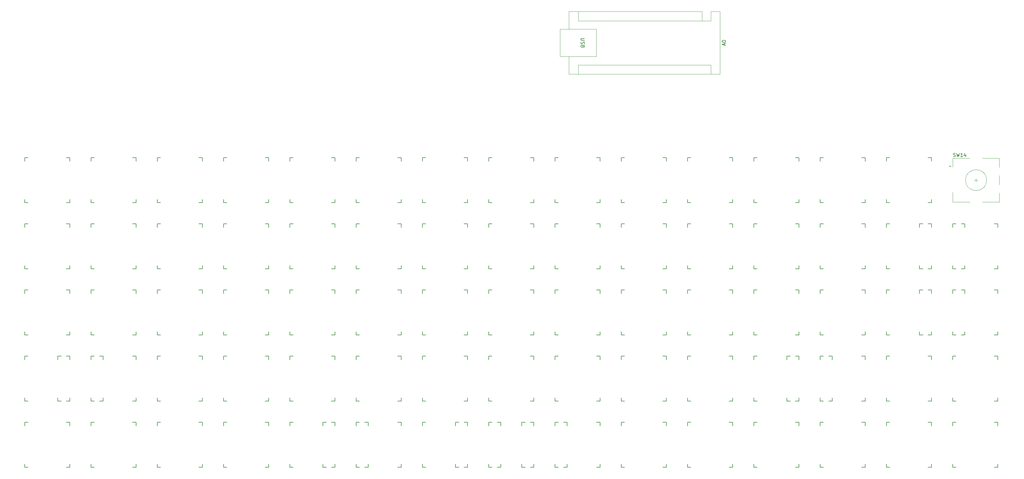
<source format=gbr>
%TF.GenerationSoftware,KiCad,Pcbnew,7.0.10*%
%TF.CreationDate,2024-03-07T22:32:39+00:00*%
%TF.ProjectId,keyboard,6b657962-6f61-4726-942e-6b696361645f,rev?*%
%TF.SameCoordinates,Original*%
%TF.FileFunction,Legend,Top*%
%TF.FilePolarity,Positive*%
%FSLAX46Y46*%
G04 Gerber Fmt 4.6, Leading zero omitted, Abs format (unit mm)*
G04 Created by KiCad (PCBNEW 7.0.10) date 2024-03-07 22:32:39*
%MOMM*%
%LPD*%
G01*
G04 APERTURE LIST*
%ADD10C,0.150000*%
%ADD11C,0.140000*%
%ADD12C,0.120000*%
G04 APERTURE END LIST*
D10*
X275639104Y-56424285D02*
X275639104Y-55948095D01*
X275924819Y-56519523D02*
X274924819Y-56186190D01*
X274924819Y-56186190D02*
X275924819Y-55852857D01*
X274924819Y-55329047D02*
X274924819Y-55233809D01*
X274924819Y-55233809D02*
X274972438Y-55138571D01*
X274972438Y-55138571D02*
X275020057Y-55090952D01*
X275020057Y-55090952D02*
X275115295Y-55043333D01*
X275115295Y-55043333D02*
X275305771Y-54995714D01*
X275305771Y-54995714D02*
X275543866Y-54995714D01*
X275543866Y-54995714D02*
X275734342Y-55043333D01*
X275734342Y-55043333D02*
X275829580Y-55090952D01*
X275829580Y-55090952D02*
X275877200Y-55138571D01*
X275877200Y-55138571D02*
X275924819Y-55233809D01*
X275924819Y-55233809D02*
X275924819Y-55329047D01*
X275924819Y-55329047D02*
X275877200Y-55424285D01*
X275877200Y-55424285D02*
X275829580Y-55471904D01*
X275829580Y-55471904D02*
X275734342Y-55519523D01*
X275734342Y-55519523D02*
X275543866Y-55567142D01*
X275543866Y-55567142D02*
X275305771Y-55567142D01*
X275305771Y-55567142D02*
X275115295Y-55519523D01*
X275115295Y-55519523D02*
X275020057Y-55471904D01*
X275020057Y-55471904D02*
X274972438Y-55424285D01*
X274972438Y-55424285D02*
X274924819Y-55329047D01*
X235375180Y-54448095D02*
X234565657Y-54448095D01*
X234565657Y-54448095D02*
X234470419Y-54495714D01*
X234470419Y-54495714D02*
X234422800Y-54543333D01*
X234422800Y-54543333D02*
X234375180Y-54638571D01*
X234375180Y-54638571D02*
X234375180Y-54829047D01*
X234375180Y-54829047D02*
X234422800Y-54924285D01*
X234422800Y-54924285D02*
X234470419Y-54971904D01*
X234470419Y-54971904D02*
X234565657Y-55019523D01*
X234565657Y-55019523D02*
X235375180Y-55019523D01*
X234422800Y-55448095D02*
X234375180Y-55590952D01*
X234375180Y-55590952D02*
X234375180Y-55829047D01*
X234375180Y-55829047D02*
X234422800Y-55924285D01*
X234422800Y-55924285D02*
X234470419Y-55971904D01*
X234470419Y-55971904D02*
X234565657Y-56019523D01*
X234565657Y-56019523D02*
X234660895Y-56019523D01*
X234660895Y-56019523D02*
X234756133Y-55971904D01*
X234756133Y-55971904D02*
X234803752Y-55924285D01*
X234803752Y-55924285D02*
X234851371Y-55829047D01*
X234851371Y-55829047D02*
X234898990Y-55638571D01*
X234898990Y-55638571D02*
X234946609Y-55543333D01*
X234946609Y-55543333D02*
X234994228Y-55495714D01*
X234994228Y-55495714D02*
X235089466Y-55448095D01*
X235089466Y-55448095D02*
X235184704Y-55448095D01*
X235184704Y-55448095D02*
X235279942Y-55495714D01*
X235279942Y-55495714D02*
X235327561Y-55543333D01*
X235327561Y-55543333D02*
X235375180Y-55638571D01*
X235375180Y-55638571D02*
X235375180Y-55876666D01*
X235375180Y-55876666D02*
X235327561Y-56019523D01*
X234898990Y-56781428D02*
X234851371Y-56924285D01*
X234851371Y-56924285D02*
X234803752Y-56971904D01*
X234803752Y-56971904D02*
X234708514Y-57019523D01*
X234708514Y-57019523D02*
X234565657Y-57019523D01*
X234565657Y-57019523D02*
X234470419Y-56971904D01*
X234470419Y-56971904D02*
X234422800Y-56924285D01*
X234422800Y-56924285D02*
X234375180Y-56829047D01*
X234375180Y-56829047D02*
X234375180Y-56448095D01*
X234375180Y-56448095D02*
X235375180Y-56448095D01*
X235375180Y-56448095D02*
X235375180Y-56781428D01*
X235375180Y-56781428D02*
X235327561Y-56876666D01*
X235327561Y-56876666D02*
X235279942Y-56924285D01*
X235279942Y-56924285D02*
X235184704Y-56971904D01*
X235184704Y-56971904D02*
X235089466Y-56971904D01*
X235089466Y-56971904D02*
X234994228Y-56924285D01*
X234994228Y-56924285D02*
X234946609Y-56876666D01*
X234946609Y-56876666D02*
X234898990Y-56781428D01*
X234898990Y-56781428D02*
X234898990Y-56448095D01*
X341402976Y-88457200D02*
X341545833Y-88504819D01*
X341545833Y-88504819D02*
X341783928Y-88504819D01*
X341783928Y-88504819D02*
X341879166Y-88457200D01*
X341879166Y-88457200D02*
X341926785Y-88409580D01*
X341926785Y-88409580D02*
X341974404Y-88314342D01*
X341974404Y-88314342D02*
X341974404Y-88219104D01*
X341974404Y-88219104D02*
X341926785Y-88123866D01*
X341926785Y-88123866D02*
X341879166Y-88076247D01*
X341879166Y-88076247D02*
X341783928Y-88028628D01*
X341783928Y-88028628D02*
X341593452Y-87981009D01*
X341593452Y-87981009D02*
X341498214Y-87933390D01*
X341498214Y-87933390D02*
X341450595Y-87885771D01*
X341450595Y-87885771D02*
X341402976Y-87790533D01*
X341402976Y-87790533D02*
X341402976Y-87695295D01*
X341402976Y-87695295D02*
X341450595Y-87600057D01*
X341450595Y-87600057D02*
X341498214Y-87552438D01*
X341498214Y-87552438D02*
X341593452Y-87504819D01*
X341593452Y-87504819D02*
X341831547Y-87504819D01*
X341831547Y-87504819D02*
X341974404Y-87552438D01*
X342307738Y-87504819D02*
X342545833Y-88504819D01*
X342545833Y-88504819D02*
X342736309Y-87790533D01*
X342736309Y-87790533D02*
X342926785Y-88504819D01*
X342926785Y-88504819D02*
X343164881Y-87504819D01*
X344069642Y-88504819D02*
X343498214Y-88504819D01*
X343783928Y-88504819D02*
X343783928Y-87504819D01*
X343783928Y-87504819D02*
X343688690Y-87647676D01*
X343688690Y-87647676D02*
X343593452Y-87742914D01*
X343593452Y-87742914D02*
X343498214Y-87790533D01*
X344926785Y-87838152D02*
X344926785Y-88504819D01*
X344688690Y-87457200D02*
X344450595Y-88171485D01*
X344450595Y-88171485D02*
X345069642Y-88171485D01*
D11*
%TO.C,SW82*%
X344637500Y-119800000D02*
X344637500Y-120800000D01*
X344637500Y-107800000D02*
X344637500Y-108800000D01*
X344637500Y-107800000D02*
X343637500Y-107800000D01*
X343637500Y-120800000D02*
X344637500Y-120800000D01*
X332637500Y-107800000D02*
X331637500Y-107800000D01*
X331637500Y-120800000D02*
X332637500Y-120800000D01*
X331637500Y-120800000D02*
X331637500Y-119800000D01*
X331637500Y-108800000D02*
X331637500Y-107800000D01*
%TO.C,SW81*%
X293537500Y-146900000D02*
X293537500Y-145900000D01*
X293537500Y-158900000D02*
X293537500Y-157900000D01*
X293537500Y-158900000D02*
X294537500Y-158900000D01*
X294537500Y-145900000D02*
X293537500Y-145900000D01*
X305537500Y-158900000D02*
X306537500Y-158900000D01*
X306537500Y-145900000D02*
X305537500Y-145900000D01*
X306537500Y-145900000D02*
X306537500Y-146900000D01*
X306537500Y-157900000D02*
X306537500Y-158900000D01*
%TO.C,SW80*%
X217337500Y-165950000D02*
X217337500Y-164950000D01*
X217337500Y-177950000D02*
X217337500Y-176950000D01*
X217337500Y-177950000D02*
X218337500Y-177950000D01*
X218337500Y-164950000D02*
X217337500Y-164950000D01*
X229337500Y-177950000D02*
X230337500Y-177950000D01*
X230337500Y-164950000D02*
X229337500Y-164950000D01*
X230337500Y-164950000D02*
X230337500Y-165950000D01*
X230337500Y-176950000D02*
X230337500Y-177950000D01*
%TO.C,SW79*%
X96987500Y-157900000D02*
X96987500Y-158900000D01*
X96987500Y-145900000D02*
X96987500Y-146900000D01*
X96987500Y-145900000D02*
X95987500Y-145900000D01*
X95987500Y-158900000D02*
X96987500Y-158900000D01*
X84987500Y-145900000D02*
X83987500Y-145900000D01*
X83987500Y-158900000D02*
X84987500Y-158900000D01*
X83987500Y-158900000D02*
X83987500Y-157900000D01*
X83987500Y-146900000D02*
X83987500Y-145900000D01*
%TO.C,SW78*%
X198287500Y-165950000D02*
X198287500Y-164950000D01*
X198287500Y-177950000D02*
X198287500Y-176950000D01*
X198287500Y-177950000D02*
X199287500Y-177950000D01*
X199287500Y-164950000D02*
X198287500Y-164950000D01*
X210287500Y-177950000D02*
X211287500Y-177950000D01*
X211287500Y-164950000D02*
X210287500Y-164950000D01*
X211287500Y-164950000D02*
X211287500Y-165950000D01*
X211287500Y-176950000D02*
X211287500Y-177950000D01*
%TO.C,SW77*%
X331637500Y-127850000D02*
X331637500Y-126850000D01*
X331637500Y-139850000D02*
X331637500Y-138850000D01*
X331637500Y-139850000D02*
X332637500Y-139850000D01*
X332637500Y-126850000D02*
X331637500Y-126850000D01*
X343637500Y-139850000D02*
X344637500Y-139850000D01*
X344637500Y-126850000D02*
X343637500Y-126850000D01*
X344637500Y-126850000D02*
X344637500Y-127850000D01*
X344637500Y-138850000D02*
X344637500Y-139850000D01*
%TO.C,SW75*%
X160187500Y-165950000D02*
X160187500Y-164950000D01*
X160187500Y-177950000D02*
X160187500Y-176950000D01*
X160187500Y-177950000D02*
X161187500Y-177950000D01*
X161187500Y-164950000D02*
X160187500Y-164950000D01*
X172187500Y-177950000D02*
X173187500Y-177950000D01*
X173187500Y-164950000D02*
X172187500Y-164950000D01*
X173187500Y-164950000D02*
X173187500Y-165950000D01*
X173187500Y-176950000D02*
X173187500Y-177950000D01*
%TO.C,SW74*%
X341162500Y-165950000D02*
X341162500Y-164950000D01*
X341162500Y-177950000D02*
X341162500Y-176950000D01*
X341162500Y-177950000D02*
X342162500Y-177950000D01*
X342162500Y-164950000D02*
X341162500Y-164950000D01*
X353162500Y-177950000D02*
X354162500Y-177950000D01*
X354162500Y-164950000D02*
X353162500Y-164950000D01*
X354162500Y-164950000D02*
X354162500Y-165950000D01*
X354162500Y-176950000D02*
X354162500Y-177950000D01*
%TO.C,SW73*%
X322112500Y-165950000D02*
X322112500Y-164950000D01*
X322112500Y-177950000D02*
X322112500Y-176950000D01*
X322112500Y-177950000D02*
X323112500Y-177950000D01*
X323112500Y-164950000D02*
X322112500Y-164950000D01*
X334112500Y-177950000D02*
X335112500Y-177950000D01*
X335112500Y-164950000D02*
X334112500Y-164950000D01*
X335112500Y-164950000D02*
X335112500Y-165950000D01*
X335112500Y-176950000D02*
X335112500Y-177950000D01*
%TO.C,SW72*%
X303062500Y-165950000D02*
X303062500Y-164950000D01*
X303062500Y-177950000D02*
X303062500Y-176950000D01*
X303062500Y-177950000D02*
X304062500Y-177950000D01*
X304062500Y-164950000D02*
X303062500Y-164950000D01*
X315062500Y-177950000D02*
X316062500Y-177950000D01*
X316062500Y-164950000D02*
X315062500Y-164950000D01*
X316062500Y-164950000D02*
X316062500Y-165950000D01*
X316062500Y-176950000D02*
X316062500Y-177950000D01*
%TO.C,SW71*%
X284012500Y-165950000D02*
X284012500Y-164950000D01*
X284012500Y-177950000D02*
X284012500Y-176950000D01*
X284012500Y-177950000D02*
X285012500Y-177950000D01*
X285012500Y-164950000D02*
X284012500Y-164950000D01*
X296012500Y-177950000D02*
X297012500Y-177950000D01*
X297012500Y-164950000D02*
X296012500Y-164950000D01*
X297012500Y-164950000D02*
X297012500Y-165950000D01*
X297012500Y-176950000D02*
X297012500Y-177950000D01*
%TO.C,SW70*%
X264962500Y-165950000D02*
X264962500Y-164950000D01*
X264962500Y-177950000D02*
X264962500Y-176950000D01*
X264962500Y-177950000D02*
X265962500Y-177950000D01*
X265962500Y-164950000D02*
X264962500Y-164950000D01*
X276962500Y-177950000D02*
X277962500Y-177950000D01*
X277962500Y-164950000D02*
X276962500Y-164950000D01*
X277962500Y-164950000D02*
X277962500Y-165950000D01*
X277962500Y-176950000D02*
X277962500Y-177950000D01*
%TO.C,SW69*%
X245912500Y-165950000D02*
X245912500Y-164950000D01*
X245912500Y-177950000D02*
X245912500Y-176950000D01*
X245912500Y-177950000D02*
X246912500Y-177950000D01*
X246912500Y-164950000D02*
X245912500Y-164950000D01*
X257912500Y-177950000D02*
X258912500Y-177950000D01*
X258912500Y-164950000D02*
X257912500Y-164950000D01*
X258912500Y-164950000D02*
X258912500Y-165950000D01*
X258912500Y-176950000D02*
X258912500Y-177950000D01*
%TO.C,SW68*%
X226862500Y-165950000D02*
X226862500Y-164950000D01*
X226862500Y-177950000D02*
X226862500Y-176950000D01*
X226862500Y-177950000D02*
X227862500Y-177950000D01*
X227862500Y-164950000D02*
X226862500Y-164950000D01*
X238862500Y-177950000D02*
X239862500Y-177950000D01*
X239862500Y-164950000D02*
X238862500Y-164950000D01*
X239862500Y-164950000D02*
X239862500Y-165950000D01*
X239862500Y-176950000D02*
X239862500Y-177950000D01*
%TO.C,SW67*%
X207812500Y-165950000D02*
X207812500Y-164950000D01*
X207812500Y-177950000D02*
X207812500Y-176950000D01*
X207812500Y-177950000D02*
X208812500Y-177950000D01*
X208812500Y-164950000D02*
X207812500Y-164950000D01*
X219812500Y-177950000D02*
X220812500Y-177950000D01*
X220812500Y-164950000D02*
X219812500Y-164950000D01*
X220812500Y-164950000D02*
X220812500Y-165950000D01*
X220812500Y-176950000D02*
X220812500Y-177950000D01*
%TO.C,SW66*%
X188762500Y-165950000D02*
X188762500Y-164950000D01*
X188762500Y-177950000D02*
X188762500Y-176950000D01*
X188762500Y-177950000D02*
X189762500Y-177950000D01*
X189762500Y-164950000D02*
X188762500Y-164950000D01*
X200762500Y-177950000D02*
X201762500Y-177950000D01*
X201762500Y-164950000D02*
X200762500Y-164950000D01*
X201762500Y-164950000D02*
X201762500Y-165950000D01*
X201762500Y-176950000D02*
X201762500Y-177950000D01*
%TO.C,SW65*%
X169712500Y-165950000D02*
X169712500Y-164950000D01*
X169712500Y-177950000D02*
X169712500Y-176950000D01*
X169712500Y-177950000D02*
X170712500Y-177950000D01*
X170712500Y-164950000D02*
X169712500Y-164950000D01*
X181712500Y-177950000D02*
X182712500Y-177950000D01*
X182712500Y-164950000D02*
X181712500Y-164950000D01*
X182712500Y-164950000D02*
X182712500Y-165950000D01*
X182712500Y-176950000D02*
X182712500Y-177950000D01*
%TO.C,SW64*%
X150662500Y-165950000D02*
X150662500Y-164950000D01*
X150662500Y-177950000D02*
X150662500Y-176950000D01*
X150662500Y-177950000D02*
X151662500Y-177950000D01*
X151662500Y-164950000D02*
X150662500Y-164950000D01*
X162662500Y-177950000D02*
X163662500Y-177950000D01*
X163662500Y-164950000D02*
X162662500Y-164950000D01*
X163662500Y-164950000D02*
X163662500Y-165950000D01*
X163662500Y-176950000D02*
X163662500Y-177950000D01*
%TO.C,SW63*%
X131612500Y-165950000D02*
X131612500Y-164950000D01*
X131612500Y-177950000D02*
X131612500Y-176950000D01*
X131612500Y-177950000D02*
X132612500Y-177950000D01*
X132612500Y-164950000D02*
X131612500Y-164950000D01*
X143612500Y-177950000D02*
X144612500Y-177950000D01*
X144612500Y-164950000D02*
X143612500Y-164950000D01*
X144612500Y-164950000D02*
X144612500Y-165950000D01*
X144612500Y-176950000D02*
X144612500Y-177950000D01*
%TO.C,SW62*%
X112562500Y-165950000D02*
X112562500Y-164950000D01*
X112562500Y-177950000D02*
X112562500Y-176950000D01*
X112562500Y-177950000D02*
X113562500Y-177950000D01*
X113562500Y-164950000D02*
X112562500Y-164950000D01*
X124562500Y-177950000D02*
X125562500Y-177950000D01*
X125562500Y-164950000D02*
X124562500Y-164950000D01*
X125562500Y-164950000D02*
X125562500Y-165950000D01*
X125562500Y-176950000D02*
X125562500Y-177950000D01*
%TO.C,SW61*%
X93512500Y-165950000D02*
X93512500Y-164950000D01*
X93512500Y-177950000D02*
X93512500Y-176950000D01*
X93512500Y-177950000D02*
X94512500Y-177950000D01*
X94512500Y-164950000D02*
X93512500Y-164950000D01*
X105512500Y-177950000D02*
X106512500Y-177950000D01*
X106512500Y-164950000D02*
X105512500Y-164950000D01*
X106512500Y-164950000D02*
X106512500Y-165950000D01*
X106512500Y-176950000D02*
X106512500Y-177950000D01*
%TO.C,SW60*%
X74462500Y-165950000D02*
X74462500Y-164950000D01*
X74462500Y-177950000D02*
X74462500Y-176950000D01*
X74462500Y-177950000D02*
X75462500Y-177950000D01*
X75462500Y-164950000D02*
X74462500Y-164950000D01*
X86462500Y-177950000D02*
X87462500Y-177950000D01*
X87462500Y-164950000D02*
X86462500Y-164950000D01*
X87462500Y-164950000D02*
X87462500Y-165950000D01*
X87462500Y-176950000D02*
X87462500Y-177950000D01*
%TO.C,SW59*%
X341162500Y-146900000D02*
X341162500Y-145900000D01*
X341162500Y-158900000D02*
X341162500Y-157900000D01*
X341162500Y-158900000D02*
X342162500Y-158900000D01*
X342162500Y-145900000D02*
X341162500Y-145900000D01*
X353162500Y-158900000D02*
X354162500Y-158900000D01*
X354162500Y-145900000D02*
X353162500Y-145900000D01*
X354162500Y-145900000D02*
X354162500Y-146900000D01*
X354162500Y-157900000D02*
X354162500Y-158900000D01*
%TO.C,SW58*%
X322112500Y-146900000D02*
X322112500Y-145900000D01*
X322112500Y-158900000D02*
X322112500Y-157900000D01*
X322112500Y-158900000D02*
X323112500Y-158900000D01*
X323112500Y-145900000D02*
X322112500Y-145900000D01*
X334112500Y-158900000D02*
X335112500Y-158900000D01*
X335112500Y-145900000D02*
X334112500Y-145900000D01*
X335112500Y-145900000D02*
X335112500Y-146900000D01*
X335112500Y-157900000D02*
X335112500Y-158900000D01*
%TO.C,SW57*%
X303062500Y-146900000D02*
X303062500Y-145900000D01*
X303062500Y-158900000D02*
X303062500Y-157900000D01*
X303062500Y-158900000D02*
X304062500Y-158900000D01*
X304062500Y-145900000D02*
X303062500Y-145900000D01*
X315062500Y-158900000D02*
X316062500Y-158900000D01*
X316062500Y-145900000D02*
X315062500Y-145900000D01*
X316062500Y-145900000D02*
X316062500Y-146900000D01*
X316062500Y-157900000D02*
X316062500Y-158900000D01*
%TO.C,SW56*%
X284012500Y-146900000D02*
X284012500Y-145900000D01*
X284012500Y-158900000D02*
X284012500Y-157900000D01*
X284012500Y-158900000D02*
X285012500Y-158900000D01*
X285012500Y-145900000D02*
X284012500Y-145900000D01*
X296012500Y-158900000D02*
X297012500Y-158900000D01*
X297012500Y-145900000D02*
X296012500Y-145900000D01*
X297012500Y-145900000D02*
X297012500Y-146900000D01*
X297012500Y-157900000D02*
X297012500Y-158900000D01*
%TO.C,SW55*%
X264962500Y-146900000D02*
X264962500Y-145900000D01*
X264962500Y-158900000D02*
X264962500Y-157900000D01*
X264962500Y-158900000D02*
X265962500Y-158900000D01*
X265962500Y-145900000D02*
X264962500Y-145900000D01*
X276962500Y-158900000D02*
X277962500Y-158900000D01*
X277962500Y-145900000D02*
X276962500Y-145900000D01*
X277962500Y-145900000D02*
X277962500Y-146900000D01*
X277962500Y-157900000D02*
X277962500Y-158900000D01*
%TO.C,SW54*%
X245912500Y-146900000D02*
X245912500Y-145900000D01*
X245912500Y-158900000D02*
X245912500Y-157900000D01*
X245912500Y-158900000D02*
X246912500Y-158900000D01*
X246912500Y-145900000D02*
X245912500Y-145900000D01*
X257912500Y-158900000D02*
X258912500Y-158900000D01*
X258912500Y-145900000D02*
X257912500Y-145900000D01*
X258912500Y-145900000D02*
X258912500Y-146900000D01*
X258912500Y-157900000D02*
X258912500Y-158900000D01*
%TO.C,SW53*%
X226862500Y-146900000D02*
X226862500Y-145900000D01*
X226862500Y-158900000D02*
X226862500Y-157900000D01*
X226862500Y-158900000D02*
X227862500Y-158900000D01*
X227862500Y-145900000D02*
X226862500Y-145900000D01*
X238862500Y-158900000D02*
X239862500Y-158900000D01*
X239862500Y-145900000D02*
X238862500Y-145900000D01*
X239862500Y-145900000D02*
X239862500Y-146900000D01*
X239862500Y-157900000D02*
X239862500Y-158900000D01*
%TO.C,SW52*%
X207812500Y-146900000D02*
X207812500Y-145900000D01*
X207812500Y-158900000D02*
X207812500Y-157900000D01*
X207812500Y-158900000D02*
X208812500Y-158900000D01*
X208812500Y-145900000D02*
X207812500Y-145900000D01*
X219812500Y-158900000D02*
X220812500Y-158900000D01*
X220812500Y-145900000D02*
X219812500Y-145900000D01*
X220812500Y-145900000D02*
X220812500Y-146900000D01*
X220812500Y-157900000D02*
X220812500Y-158900000D01*
%TO.C,SW51*%
X188762500Y-146900000D02*
X188762500Y-145900000D01*
X188762500Y-158900000D02*
X188762500Y-157900000D01*
X188762500Y-158900000D02*
X189762500Y-158900000D01*
X189762500Y-145900000D02*
X188762500Y-145900000D01*
X200762500Y-158900000D02*
X201762500Y-158900000D01*
X201762500Y-145900000D02*
X200762500Y-145900000D01*
X201762500Y-145900000D02*
X201762500Y-146900000D01*
X201762500Y-157900000D02*
X201762500Y-158900000D01*
%TO.C,SW50*%
X169712500Y-146900000D02*
X169712500Y-145900000D01*
X169712500Y-158900000D02*
X169712500Y-157900000D01*
X169712500Y-158900000D02*
X170712500Y-158900000D01*
X170712500Y-145900000D02*
X169712500Y-145900000D01*
X181712500Y-158900000D02*
X182712500Y-158900000D01*
X182712500Y-145900000D02*
X181712500Y-145900000D01*
X182712500Y-145900000D02*
X182712500Y-146900000D01*
X182712500Y-157900000D02*
X182712500Y-158900000D01*
%TO.C,SW49*%
X150662500Y-146900000D02*
X150662500Y-145900000D01*
X150662500Y-158900000D02*
X150662500Y-157900000D01*
X150662500Y-158900000D02*
X151662500Y-158900000D01*
X151662500Y-145900000D02*
X150662500Y-145900000D01*
X162662500Y-158900000D02*
X163662500Y-158900000D01*
X163662500Y-145900000D02*
X162662500Y-145900000D01*
X163662500Y-145900000D02*
X163662500Y-146900000D01*
X163662500Y-157900000D02*
X163662500Y-158900000D01*
%TO.C,SW48*%
X131612500Y-146900000D02*
X131612500Y-145900000D01*
X131612500Y-158900000D02*
X131612500Y-157900000D01*
X131612500Y-158900000D02*
X132612500Y-158900000D01*
X132612500Y-145900000D02*
X131612500Y-145900000D01*
X143612500Y-158900000D02*
X144612500Y-158900000D01*
X144612500Y-145900000D02*
X143612500Y-145900000D01*
X144612500Y-145900000D02*
X144612500Y-146900000D01*
X144612500Y-157900000D02*
X144612500Y-158900000D01*
%TO.C,SW47*%
X112562500Y-146900000D02*
X112562500Y-145900000D01*
X112562500Y-158900000D02*
X112562500Y-157900000D01*
X112562500Y-158900000D02*
X113562500Y-158900000D01*
X113562500Y-145900000D02*
X112562500Y-145900000D01*
X124562500Y-158900000D02*
X125562500Y-158900000D01*
X125562500Y-145900000D02*
X124562500Y-145900000D01*
X125562500Y-145900000D02*
X125562500Y-146900000D01*
X125562500Y-157900000D02*
X125562500Y-158900000D01*
%TO.C,SW46*%
X93512500Y-146900000D02*
X93512500Y-145900000D01*
X93512500Y-158900000D02*
X93512500Y-157900000D01*
X93512500Y-158900000D02*
X94512500Y-158900000D01*
X94512500Y-145900000D02*
X93512500Y-145900000D01*
X105512500Y-158900000D02*
X106512500Y-158900000D01*
X106512500Y-145900000D02*
X105512500Y-145900000D01*
X106512500Y-145900000D02*
X106512500Y-146900000D01*
X106512500Y-157900000D02*
X106512500Y-158900000D01*
%TO.C,SW45*%
X74462500Y-146900000D02*
X74462500Y-145900000D01*
X74462500Y-158900000D02*
X74462500Y-157900000D01*
X74462500Y-158900000D02*
X75462500Y-158900000D01*
X75462500Y-145900000D02*
X74462500Y-145900000D01*
X86462500Y-158900000D02*
X87462500Y-158900000D01*
X87462500Y-145900000D02*
X86462500Y-145900000D01*
X87462500Y-145900000D02*
X87462500Y-146900000D01*
X87462500Y-157900000D02*
X87462500Y-158900000D01*
%TO.C,SW44*%
X341162500Y-127850000D02*
X341162500Y-126850000D01*
X341162500Y-139850000D02*
X341162500Y-138850000D01*
X341162500Y-139850000D02*
X342162500Y-139850000D01*
X342162500Y-126850000D02*
X341162500Y-126850000D01*
X353162500Y-139850000D02*
X354162500Y-139850000D01*
X354162500Y-126850000D02*
X353162500Y-126850000D01*
X354162500Y-126850000D02*
X354162500Y-127850000D01*
X354162500Y-138850000D02*
X354162500Y-139850000D01*
%TO.C,SW43*%
X322112500Y-127850000D02*
X322112500Y-126850000D01*
X322112500Y-139850000D02*
X322112500Y-138850000D01*
X322112500Y-139850000D02*
X323112500Y-139850000D01*
X323112500Y-126850000D02*
X322112500Y-126850000D01*
X334112500Y-139850000D02*
X335112500Y-139850000D01*
X335112500Y-126850000D02*
X334112500Y-126850000D01*
X335112500Y-126850000D02*
X335112500Y-127850000D01*
X335112500Y-138850000D02*
X335112500Y-139850000D01*
%TO.C,SW42*%
X303062500Y-127850000D02*
X303062500Y-126850000D01*
X303062500Y-139850000D02*
X303062500Y-138850000D01*
X303062500Y-139850000D02*
X304062500Y-139850000D01*
X304062500Y-126850000D02*
X303062500Y-126850000D01*
X315062500Y-139850000D02*
X316062500Y-139850000D01*
X316062500Y-126850000D02*
X315062500Y-126850000D01*
X316062500Y-126850000D02*
X316062500Y-127850000D01*
X316062500Y-138850000D02*
X316062500Y-139850000D01*
%TO.C,SW41*%
X284012500Y-127850000D02*
X284012500Y-126850000D01*
X284012500Y-139850000D02*
X284012500Y-138850000D01*
X284012500Y-139850000D02*
X285012500Y-139850000D01*
X285012500Y-126850000D02*
X284012500Y-126850000D01*
X296012500Y-139850000D02*
X297012500Y-139850000D01*
X297012500Y-126850000D02*
X296012500Y-126850000D01*
X297012500Y-126850000D02*
X297012500Y-127850000D01*
X297012500Y-138850000D02*
X297012500Y-139850000D01*
%TO.C,SW40*%
X264962500Y-127850000D02*
X264962500Y-126850000D01*
X264962500Y-139850000D02*
X264962500Y-138850000D01*
X264962500Y-139850000D02*
X265962500Y-139850000D01*
X265962500Y-126850000D02*
X264962500Y-126850000D01*
X276962500Y-139850000D02*
X277962500Y-139850000D01*
X277962500Y-126850000D02*
X276962500Y-126850000D01*
X277962500Y-126850000D02*
X277962500Y-127850000D01*
X277962500Y-138850000D02*
X277962500Y-139850000D01*
%TO.C,SW39*%
X245912500Y-127850000D02*
X245912500Y-126850000D01*
X245912500Y-139850000D02*
X245912500Y-138850000D01*
X245912500Y-139850000D02*
X246912500Y-139850000D01*
X246912500Y-126850000D02*
X245912500Y-126850000D01*
X257912500Y-139850000D02*
X258912500Y-139850000D01*
X258912500Y-126850000D02*
X257912500Y-126850000D01*
X258912500Y-126850000D02*
X258912500Y-127850000D01*
X258912500Y-138850000D02*
X258912500Y-139850000D01*
%TO.C,SW38*%
X226862500Y-127850000D02*
X226862500Y-126850000D01*
X226862500Y-139850000D02*
X226862500Y-138850000D01*
X226862500Y-139850000D02*
X227862500Y-139850000D01*
X227862500Y-126850000D02*
X226862500Y-126850000D01*
X238862500Y-139850000D02*
X239862500Y-139850000D01*
X239862500Y-126850000D02*
X238862500Y-126850000D01*
X239862500Y-126850000D02*
X239862500Y-127850000D01*
X239862500Y-138850000D02*
X239862500Y-139850000D01*
%TO.C,SW37*%
X207812500Y-127850000D02*
X207812500Y-126850000D01*
X207812500Y-139850000D02*
X207812500Y-138850000D01*
X207812500Y-139850000D02*
X208812500Y-139850000D01*
X208812500Y-126850000D02*
X207812500Y-126850000D01*
X219812500Y-139850000D02*
X220812500Y-139850000D01*
X220812500Y-126850000D02*
X219812500Y-126850000D01*
X220812500Y-126850000D02*
X220812500Y-127850000D01*
X220812500Y-138850000D02*
X220812500Y-139850000D01*
%TO.C,SW36*%
X188762500Y-127850000D02*
X188762500Y-126850000D01*
X188762500Y-139850000D02*
X188762500Y-138850000D01*
X188762500Y-139850000D02*
X189762500Y-139850000D01*
X189762500Y-126850000D02*
X188762500Y-126850000D01*
X200762500Y-139850000D02*
X201762500Y-139850000D01*
X201762500Y-126850000D02*
X200762500Y-126850000D01*
X201762500Y-126850000D02*
X201762500Y-127850000D01*
X201762500Y-138850000D02*
X201762500Y-139850000D01*
%TO.C,SW35*%
X169712500Y-127850000D02*
X169712500Y-126850000D01*
X169712500Y-139850000D02*
X169712500Y-138850000D01*
X169712500Y-139850000D02*
X170712500Y-139850000D01*
X170712500Y-126850000D02*
X169712500Y-126850000D01*
X181712500Y-139850000D02*
X182712500Y-139850000D01*
X182712500Y-126850000D02*
X181712500Y-126850000D01*
X182712500Y-126850000D02*
X182712500Y-127850000D01*
X182712500Y-138850000D02*
X182712500Y-139850000D01*
%TO.C,SW34*%
X150662500Y-127850000D02*
X150662500Y-126850000D01*
X150662500Y-139850000D02*
X150662500Y-138850000D01*
X150662500Y-139850000D02*
X151662500Y-139850000D01*
X151662500Y-126850000D02*
X150662500Y-126850000D01*
X162662500Y-139850000D02*
X163662500Y-139850000D01*
X163662500Y-126850000D02*
X162662500Y-126850000D01*
X163662500Y-126850000D02*
X163662500Y-127850000D01*
X163662500Y-138850000D02*
X163662500Y-139850000D01*
%TO.C,SW33*%
X131612500Y-127850000D02*
X131612500Y-126850000D01*
X131612500Y-139850000D02*
X131612500Y-138850000D01*
X131612500Y-139850000D02*
X132612500Y-139850000D01*
X132612500Y-126850000D02*
X131612500Y-126850000D01*
X143612500Y-139850000D02*
X144612500Y-139850000D01*
X144612500Y-126850000D02*
X143612500Y-126850000D01*
X144612500Y-126850000D02*
X144612500Y-127850000D01*
X144612500Y-138850000D02*
X144612500Y-139850000D01*
%TO.C,SW32*%
X112562500Y-127850000D02*
X112562500Y-126850000D01*
X112562500Y-139850000D02*
X112562500Y-138850000D01*
X112562500Y-139850000D02*
X113562500Y-139850000D01*
X113562500Y-126850000D02*
X112562500Y-126850000D01*
X124562500Y-139850000D02*
X125562500Y-139850000D01*
X125562500Y-126850000D02*
X124562500Y-126850000D01*
X125562500Y-126850000D02*
X125562500Y-127850000D01*
X125562500Y-138850000D02*
X125562500Y-139850000D01*
%TO.C,SW31*%
X93512500Y-127850000D02*
X93512500Y-126850000D01*
X93512500Y-139850000D02*
X93512500Y-138850000D01*
X93512500Y-139850000D02*
X94512500Y-139850000D01*
X94512500Y-126850000D02*
X93512500Y-126850000D01*
X105512500Y-139850000D02*
X106512500Y-139850000D01*
X106512500Y-126850000D02*
X105512500Y-126850000D01*
X106512500Y-126850000D02*
X106512500Y-127850000D01*
X106512500Y-138850000D02*
X106512500Y-139850000D01*
%TO.C,SW30*%
X74462500Y-127850000D02*
X74462500Y-126850000D01*
X74462500Y-139850000D02*
X74462500Y-138850000D01*
X74462500Y-139850000D02*
X75462500Y-139850000D01*
X75462500Y-126850000D02*
X74462500Y-126850000D01*
X86462500Y-139850000D02*
X87462500Y-139850000D01*
X87462500Y-126850000D02*
X86462500Y-126850000D01*
X87462500Y-126850000D02*
X87462500Y-127850000D01*
X87462500Y-138850000D02*
X87462500Y-139850000D01*
%TO.C,SW29*%
X341162500Y-108800000D02*
X341162500Y-107800000D01*
X341162500Y-120800000D02*
X341162500Y-119800000D01*
X341162500Y-120800000D02*
X342162500Y-120800000D01*
X342162500Y-107800000D02*
X341162500Y-107800000D01*
X353162500Y-120800000D02*
X354162500Y-120800000D01*
X354162500Y-107800000D02*
X353162500Y-107800000D01*
X354162500Y-107800000D02*
X354162500Y-108800000D01*
X354162500Y-119800000D02*
X354162500Y-120800000D01*
%TO.C,SW28*%
X322112500Y-108800000D02*
X322112500Y-107800000D01*
X322112500Y-120800000D02*
X322112500Y-119800000D01*
X322112500Y-120800000D02*
X323112500Y-120800000D01*
X323112500Y-107800000D02*
X322112500Y-107800000D01*
X334112500Y-120800000D02*
X335112500Y-120800000D01*
X335112500Y-107800000D02*
X334112500Y-107800000D01*
X335112500Y-107800000D02*
X335112500Y-108800000D01*
X335112500Y-119800000D02*
X335112500Y-120800000D01*
%TO.C,SW27*%
X303062500Y-108800000D02*
X303062500Y-107800000D01*
X303062500Y-120800000D02*
X303062500Y-119800000D01*
X303062500Y-120800000D02*
X304062500Y-120800000D01*
X304062500Y-107800000D02*
X303062500Y-107800000D01*
X315062500Y-120800000D02*
X316062500Y-120800000D01*
X316062500Y-107800000D02*
X315062500Y-107800000D01*
X316062500Y-107800000D02*
X316062500Y-108800000D01*
X316062500Y-119800000D02*
X316062500Y-120800000D01*
%TO.C,SW26*%
X284012500Y-108800000D02*
X284012500Y-107800000D01*
X284012500Y-120800000D02*
X284012500Y-119800000D01*
X284012500Y-120800000D02*
X285012500Y-120800000D01*
X285012500Y-107800000D02*
X284012500Y-107800000D01*
X296012500Y-120800000D02*
X297012500Y-120800000D01*
X297012500Y-107800000D02*
X296012500Y-107800000D01*
X297012500Y-107800000D02*
X297012500Y-108800000D01*
X297012500Y-119800000D02*
X297012500Y-120800000D01*
%TO.C,SW25*%
X264962500Y-108800000D02*
X264962500Y-107800000D01*
X264962500Y-120800000D02*
X264962500Y-119800000D01*
X264962500Y-120800000D02*
X265962500Y-120800000D01*
X265962500Y-107800000D02*
X264962500Y-107800000D01*
X276962500Y-120800000D02*
X277962500Y-120800000D01*
X277962500Y-107800000D02*
X276962500Y-107800000D01*
X277962500Y-107800000D02*
X277962500Y-108800000D01*
X277962500Y-119800000D02*
X277962500Y-120800000D01*
%TO.C,SW24*%
X245912500Y-108800000D02*
X245912500Y-107800000D01*
X245912500Y-120800000D02*
X245912500Y-119800000D01*
X245912500Y-120800000D02*
X246912500Y-120800000D01*
X246912500Y-107800000D02*
X245912500Y-107800000D01*
X257912500Y-120800000D02*
X258912500Y-120800000D01*
X258912500Y-107800000D02*
X257912500Y-107800000D01*
X258912500Y-107800000D02*
X258912500Y-108800000D01*
X258912500Y-119800000D02*
X258912500Y-120800000D01*
%TO.C,SW23*%
X226862500Y-108800000D02*
X226862500Y-107800000D01*
X226862500Y-120800000D02*
X226862500Y-119800000D01*
X226862500Y-120800000D02*
X227862500Y-120800000D01*
X227862500Y-107800000D02*
X226862500Y-107800000D01*
X238862500Y-120800000D02*
X239862500Y-120800000D01*
X239862500Y-107800000D02*
X238862500Y-107800000D01*
X239862500Y-107800000D02*
X239862500Y-108800000D01*
X239862500Y-119800000D02*
X239862500Y-120800000D01*
%TO.C,SW22*%
X207812500Y-108800000D02*
X207812500Y-107800000D01*
X207812500Y-120800000D02*
X207812500Y-119800000D01*
X207812500Y-120800000D02*
X208812500Y-120800000D01*
X208812500Y-107800000D02*
X207812500Y-107800000D01*
X219812500Y-120800000D02*
X220812500Y-120800000D01*
X220812500Y-107800000D02*
X219812500Y-107800000D01*
X220812500Y-107800000D02*
X220812500Y-108800000D01*
X220812500Y-119800000D02*
X220812500Y-120800000D01*
%TO.C,SW21*%
X188762500Y-108800000D02*
X188762500Y-107800000D01*
X188762500Y-120800000D02*
X188762500Y-119800000D01*
X188762500Y-120800000D02*
X189762500Y-120800000D01*
X189762500Y-107800000D02*
X188762500Y-107800000D01*
X200762500Y-120800000D02*
X201762500Y-120800000D01*
X201762500Y-107800000D02*
X200762500Y-107800000D01*
X201762500Y-107800000D02*
X201762500Y-108800000D01*
X201762500Y-119800000D02*
X201762500Y-120800000D01*
%TO.C,SW20*%
X169712500Y-108800000D02*
X169712500Y-107800000D01*
X169712500Y-120800000D02*
X169712500Y-119800000D01*
X169712500Y-120800000D02*
X170712500Y-120800000D01*
X170712500Y-107800000D02*
X169712500Y-107800000D01*
X181712500Y-120800000D02*
X182712500Y-120800000D01*
X182712500Y-107800000D02*
X181712500Y-107800000D01*
X182712500Y-107800000D02*
X182712500Y-108800000D01*
X182712500Y-119800000D02*
X182712500Y-120800000D01*
%TO.C,SW19*%
X150662500Y-108800000D02*
X150662500Y-107800000D01*
X150662500Y-120800000D02*
X150662500Y-119800000D01*
X150662500Y-120800000D02*
X151662500Y-120800000D01*
X151662500Y-107800000D02*
X150662500Y-107800000D01*
X162662500Y-120800000D02*
X163662500Y-120800000D01*
X163662500Y-107800000D02*
X162662500Y-107800000D01*
X163662500Y-107800000D02*
X163662500Y-108800000D01*
X163662500Y-119800000D02*
X163662500Y-120800000D01*
%TO.C,SW18*%
X131612500Y-108800000D02*
X131612500Y-107800000D01*
X131612500Y-120800000D02*
X131612500Y-119800000D01*
X131612500Y-120800000D02*
X132612500Y-120800000D01*
X132612500Y-107800000D02*
X131612500Y-107800000D01*
X143612500Y-120800000D02*
X144612500Y-120800000D01*
X144612500Y-107800000D02*
X143612500Y-107800000D01*
X144612500Y-107800000D02*
X144612500Y-108800000D01*
X144612500Y-119800000D02*
X144612500Y-120800000D01*
%TO.C,SW17*%
X112562500Y-108800000D02*
X112562500Y-107800000D01*
X112562500Y-120800000D02*
X112562500Y-119800000D01*
X112562500Y-120800000D02*
X113562500Y-120800000D01*
X113562500Y-107800000D02*
X112562500Y-107800000D01*
X124562500Y-120800000D02*
X125562500Y-120800000D01*
X125562500Y-107800000D02*
X124562500Y-107800000D01*
X125562500Y-107800000D02*
X125562500Y-108800000D01*
X125562500Y-119800000D02*
X125562500Y-120800000D01*
%TO.C,SW16*%
X93512500Y-108800000D02*
X93512500Y-107800000D01*
X93512500Y-120800000D02*
X93512500Y-119800000D01*
X93512500Y-120800000D02*
X94512500Y-120800000D01*
X94512500Y-107800000D02*
X93512500Y-107800000D01*
X105512500Y-120800000D02*
X106512500Y-120800000D01*
X106512500Y-107800000D02*
X105512500Y-107800000D01*
X106512500Y-107800000D02*
X106512500Y-108800000D01*
X106512500Y-119800000D02*
X106512500Y-120800000D01*
%TO.C,SW15*%
X74462500Y-108800000D02*
X74462500Y-107800000D01*
X74462500Y-120800000D02*
X74462500Y-119800000D01*
X74462500Y-120800000D02*
X75462500Y-120800000D01*
X75462500Y-107800000D02*
X74462500Y-107800000D01*
X86462500Y-120800000D02*
X87462500Y-120800000D01*
X87462500Y-107800000D02*
X86462500Y-107800000D01*
X87462500Y-107800000D02*
X87462500Y-108800000D01*
X87462500Y-119800000D02*
X87462500Y-120800000D01*
%TO.C,SW13*%
X322112500Y-89750000D02*
X322112500Y-88750000D01*
X322112500Y-101750000D02*
X322112500Y-100750000D01*
X322112500Y-101750000D02*
X323112500Y-101750000D01*
X323112500Y-88750000D02*
X322112500Y-88750000D01*
X334112500Y-101750000D02*
X335112500Y-101750000D01*
X335112500Y-88750000D02*
X334112500Y-88750000D01*
X335112500Y-88750000D02*
X335112500Y-89750000D01*
X335112500Y-100750000D02*
X335112500Y-101750000D01*
%TO.C,SW12*%
X303062500Y-89750000D02*
X303062500Y-88750000D01*
X303062500Y-101750000D02*
X303062500Y-100750000D01*
X303062500Y-101750000D02*
X304062500Y-101750000D01*
X304062500Y-88750000D02*
X303062500Y-88750000D01*
X315062500Y-101750000D02*
X316062500Y-101750000D01*
X316062500Y-88750000D02*
X315062500Y-88750000D01*
X316062500Y-88750000D02*
X316062500Y-89750000D01*
X316062500Y-100750000D02*
X316062500Y-101750000D01*
%TO.C,SW11*%
X284012500Y-89750000D02*
X284012500Y-88750000D01*
X284012500Y-101750000D02*
X284012500Y-100750000D01*
X284012500Y-101750000D02*
X285012500Y-101750000D01*
X285012500Y-88750000D02*
X284012500Y-88750000D01*
X296012500Y-101750000D02*
X297012500Y-101750000D01*
X297012500Y-88750000D02*
X296012500Y-88750000D01*
X297012500Y-88750000D02*
X297012500Y-89750000D01*
X297012500Y-100750000D02*
X297012500Y-101750000D01*
%TO.C,SW10*%
X264962500Y-89750000D02*
X264962500Y-88750000D01*
X264962500Y-101750000D02*
X264962500Y-100750000D01*
X264962500Y-101750000D02*
X265962500Y-101750000D01*
X265962500Y-88750000D02*
X264962500Y-88750000D01*
X276962500Y-101750000D02*
X277962500Y-101750000D01*
X277962500Y-88750000D02*
X276962500Y-88750000D01*
X277962500Y-88750000D02*
X277962500Y-89750000D01*
X277962500Y-100750000D02*
X277962500Y-101750000D01*
%TO.C,SW9*%
X245912500Y-89750000D02*
X245912500Y-88750000D01*
X245912500Y-101750000D02*
X245912500Y-100750000D01*
X245912500Y-101750000D02*
X246912500Y-101750000D01*
X246912500Y-88750000D02*
X245912500Y-88750000D01*
X257912500Y-101750000D02*
X258912500Y-101750000D01*
X258912500Y-88750000D02*
X257912500Y-88750000D01*
X258912500Y-88750000D02*
X258912500Y-89750000D01*
X258912500Y-100750000D02*
X258912500Y-101750000D01*
%TO.C,SW8*%
X226862500Y-89750000D02*
X226862500Y-88750000D01*
X226862500Y-101750000D02*
X226862500Y-100750000D01*
X226862500Y-101750000D02*
X227862500Y-101750000D01*
X227862500Y-88750000D02*
X226862500Y-88750000D01*
X238862500Y-101750000D02*
X239862500Y-101750000D01*
X239862500Y-88750000D02*
X238862500Y-88750000D01*
X239862500Y-88750000D02*
X239862500Y-89750000D01*
X239862500Y-100750000D02*
X239862500Y-101750000D01*
%TO.C,SW7*%
X207812500Y-89750000D02*
X207812500Y-88750000D01*
X207812500Y-101750000D02*
X207812500Y-100750000D01*
X207812500Y-101750000D02*
X208812500Y-101750000D01*
X208812500Y-88750000D02*
X207812500Y-88750000D01*
X219812500Y-101750000D02*
X220812500Y-101750000D01*
X220812500Y-88750000D02*
X219812500Y-88750000D01*
X220812500Y-88750000D02*
X220812500Y-89750000D01*
X220812500Y-100750000D02*
X220812500Y-101750000D01*
%TO.C,SW6*%
X188762500Y-89750000D02*
X188762500Y-88750000D01*
X188762500Y-101750000D02*
X188762500Y-100750000D01*
X188762500Y-101750000D02*
X189762500Y-101750000D01*
X189762500Y-88750000D02*
X188762500Y-88750000D01*
X200762500Y-101750000D02*
X201762500Y-101750000D01*
X201762500Y-88750000D02*
X200762500Y-88750000D01*
X201762500Y-88750000D02*
X201762500Y-89750000D01*
X201762500Y-100750000D02*
X201762500Y-101750000D01*
%TO.C,SW5*%
X169712500Y-89750000D02*
X169712500Y-88750000D01*
X169712500Y-101750000D02*
X169712500Y-100750000D01*
X169712500Y-101750000D02*
X170712500Y-101750000D01*
X170712500Y-88750000D02*
X169712500Y-88750000D01*
X181712500Y-101750000D02*
X182712500Y-101750000D01*
X182712500Y-88750000D02*
X181712500Y-88750000D01*
X182712500Y-88750000D02*
X182712500Y-89750000D01*
X182712500Y-100750000D02*
X182712500Y-101750000D01*
%TO.C,SW4*%
X150662500Y-89750000D02*
X150662500Y-88750000D01*
X150662500Y-101750000D02*
X150662500Y-100750000D01*
X150662500Y-101750000D02*
X151662500Y-101750000D01*
X151662500Y-88750000D02*
X150662500Y-88750000D01*
X162662500Y-101750000D02*
X163662500Y-101750000D01*
X163662500Y-88750000D02*
X162662500Y-88750000D01*
X163662500Y-88750000D02*
X163662500Y-89750000D01*
X163662500Y-100750000D02*
X163662500Y-101750000D01*
%TO.C,SW3*%
X131612500Y-89750000D02*
X131612500Y-88750000D01*
X131612500Y-101750000D02*
X131612500Y-100750000D01*
X131612500Y-101750000D02*
X132612500Y-101750000D01*
X132612500Y-88750000D02*
X131612500Y-88750000D01*
X143612500Y-101750000D02*
X144612500Y-101750000D01*
X144612500Y-88750000D02*
X143612500Y-88750000D01*
X144612500Y-88750000D02*
X144612500Y-89750000D01*
X144612500Y-100750000D02*
X144612500Y-101750000D01*
%TO.C,SW2*%
X112562500Y-89750000D02*
X112562500Y-88750000D01*
X112562500Y-101750000D02*
X112562500Y-100750000D01*
X112562500Y-101750000D02*
X113562500Y-101750000D01*
X113562500Y-88750000D02*
X112562500Y-88750000D01*
X124562500Y-101750000D02*
X125562500Y-101750000D01*
X125562500Y-88750000D02*
X124562500Y-88750000D01*
X125562500Y-88750000D02*
X125562500Y-89750000D01*
X125562500Y-100750000D02*
X125562500Y-101750000D01*
%TO.C,SW1*%
X93512500Y-89750000D02*
X93512500Y-88750000D01*
X93512500Y-101750000D02*
X93512500Y-100750000D01*
X93512500Y-101750000D02*
X94512500Y-101750000D01*
X94512500Y-88750000D02*
X93512500Y-88750000D01*
X105512500Y-101750000D02*
X106512500Y-101750000D01*
X106512500Y-88750000D02*
X105512500Y-88750000D01*
X106512500Y-88750000D02*
X106512500Y-89750000D01*
X106512500Y-100750000D02*
X106512500Y-101750000D01*
%TO.C,SW0*%
X74462500Y-89750000D02*
X74462500Y-88750000D01*
X74462500Y-101750000D02*
X74462500Y-100750000D01*
X74462500Y-101750000D02*
X75462500Y-101750000D01*
X75462500Y-88750000D02*
X74462500Y-88750000D01*
X86462500Y-101750000D02*
X87462500Y-101750000D01*
X87462500Y-88750000D02*
X86462500Y-88750000D01*
X87462500Y-88750000D02*
X87462500Y-89750000D01*
X87462500Y-100750000D02*
X87462500Y-101750000D01*
D12*
%TO.C,A0*%
X271660000Y-49360000D02*
X271660000Y-46690000D01*
X228350000Y-59650000D02*
X228350000Y-51770000D01*
X230890000Y-64730000D02*
X274330000Y-64730000D01*
X228350000Y-51770000D02*
X238770000Y-51770000D01*
X238770000Y-59650000D02*
X228350000Y-59650000D01*
X230890000Y-64730000D02*
X230890000Y-59650000D01*
X269120000Y-46690000D02*
X230890000Y-46690000D01*
X233560000Y-49360000D02*
X233560000Y-46690000D01*
X271660000Y-62060000D02*
X233560000Y-62060000D01*
X269120000Y-49360000D02*
X271660000Y-49360000D01*
X233560000Y-62060000D02*
X233560000Y-64730000D01*
X271660000Y-62060000D02*
X271660000Y-64730000D01*
X269120000Y-49360000D02*
X269120000Y-46690000D01*
X274330000Y-64730000D02*
X274330000Y-46690000D01*
X230890000Y-46690000D02*
X230890000Y-51770000D01*
X274330000Y-46690000D02*
X271660000Y-46690000D01*
X238770000Y-51770000D02*
X238770000Y-59650000D01*
X269120000Y-49360000D02*
X233560000Y-49360000D01*
%TO.C,SW14*%
X354612500Y-98950000D02*
X354612500Y-101550000D01*
X346012500Y-88950000D02*
X341212500Y-88950000D01*
X340712500Y-91150000D02*
X340412500Y-91450000D01*
X354612500Y-101550000D02*
X349712500Y-101550000D01*
X354612500Y-88950000D02*
X354612500Y-91550000D01*
X347912500Y-94750000D02*
X347912500Y-95750000D01*
X341212500Y-88950000D02*
X341212500Y-91450000D01*
X340112500Y-91150000D02*
X340712500Y-91150000D01*
X349712500Y-88950000D02*
X354612500Y-88950000D01*
X354612500Y-93950000D02*
X354612500Y-96550000D01*
X340412500Y-91450000D02*
X340112500Y-91150000D01*
X346112500Y-101550000D02*
X341212500Y-101550000D01*
X341212500Y-101550000D02*
X341212500Y-98750000D01*
X347412500Y-95250000D02*
X348412500Y-95250000D01*
X350912500Y-95250000D02*
G75*
G03*
X344912500Y-95250000I-3000000J0D01*
G01*
X344912500Y-95250000D02*
G75*
G03*
X350912500Y-95250000I3000000J0D01*
G01*
%TD*%
M02*

</source>
